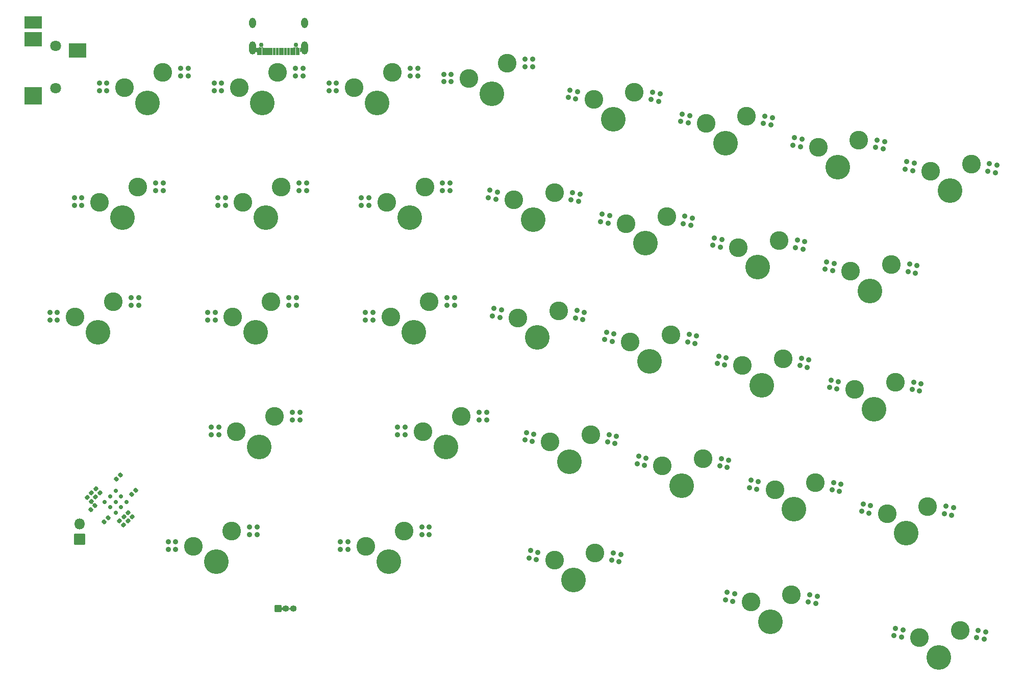
<source format=gts>
G04 #@! TF.GenerationSoftware,KiCad,Pcbnew,(6.0.9)*
G04 #@! TF.CreationDate,2022-11-13T14:09:38+01:00*
G04 #@! TF.ProjectId,arisu,61726973-752e-46b6-9963-61645f706362,1.1*
G04 #@! TF.SameCoordinates,Original*
G04 #@! TF.FileFunction,Soldermask,Top*
G04 #@! TF.FilePolarity,Negative*
%FSLAX46Y46*%
G04 Gerber Fmt 4.6, Leading zero omitted, Abs format (unit mm)*
G04 Created by KiCad (PCBNEW (6.0.9)) date 2022-11-13 14:09:38*
%MOMM*%
%LPD*%
G01*
G04 APERTURE LIST*
G04 Aperture macros list*
%AMRoundRect*
0 Rectangle with rounded corners*
0 $1 Rounding radius*
0 $2 $3 $4 $5 $6 $7 $8 $9 X,Y pos of 4 corners*
0 Add a 4 corners polygon primitive as box body*
4,1,4,$2,$3,$4,$5,$6,$7,$8,$9,$2,$3,0*
0 Add four circle primitives for the rounded corners*
1,1,$1+$1,$2,$3*
1,1,$1+$1,$4,$5*
1,1,$1+$1,$6,$7*
1,1,$1+$1,$8,$9*
0 Add four rect primitives between the rounded corners*
20,1,$1+$1,$2,$3,$4,$5,0*
20,1,$1+$1,$4,$5,$6,$7,0*
20,1,$1+$1,$6,$7,$8,$9,0*
20,1,$1+$1,$8,$9,$2,$3,0*%
G04 Aperture macros list end*
%ADD10C,3.102000*%
%ADD11C,4.102000*%
%ADD12C,0.902000*%
%ADD13RoundRect,0.191000X-0.219203X-0.021213X-0.021213X-0.219203X0.219203X0.021213X0.021213X0.219203X0*%
%ADD14RoundRect,0.191000X0.021213X-0.219203X0.219203X-0.021213X-0.021213X0.219203X-0.219203X0.021213X0*%
%ADD15RoundRect,0.191000X0.219203X0.021213X0.021213X0.219203X-0.219203X-0.021213X-0.021213X-0.219203X0*%
%ADD16RoundRect,0.191000X-0.021213X0.219203X-0.219203X0.021213X0.021213X-0.219203X0.219203X-0.021213X0*%
%ADD17C,1.802000*%
%ADD18RoundRect,0.051000X-1.400000X1.000000X-1.400000X-1.000000X1.400000X-1.000000X1.400000X1.000000X0*%
%ADD19RoundRect,0.051000X-1.400000X1.400000X-1.400000X-1.400000X1.400000X-1.400000X1.400000X1.400000X0*%
%ADD20RoundRect,0.051000X-1.400000X1.100000X-1.400000X-1.100000X1.400000X-1.100000X1.400000X1.100000X0*%
%ADD21RoundRect,0.051000X0.850000X0.850000X-0.850000X0.850000X-0.850000X-0.850000X0.850000X-0.850000X0*%
%ADD22O,1.802000X1.802000*%
%ADD23C,0.752000*%
%ADD24RoundRect,0.051000X0.150000X0.575000X-0.150000X0.575000X-0.150000X-0.575000X0.150000X-0.575000X0*%
%ADD25O,1.102000X2.202000*%
%ADD26O,1.102000X1.702000*%
%ADD27RoundRect,0.051000X0.500000X-0.500000X0.500000X0.500000X-0.500000X0.500000X-0.500000X-0.500000X0*%
%ADD28O,1.102000X1.102000*%
%ADD29C,0.702000*%
G04 APERTURE END LIST*
D10*
X138758121Y-72448291D03*
X132018788Y-73612547D03*
D11*
X135217435Y-76889185D03*
D12*
X141792739Y-72408351D03*
X142755534Y-73890925D03*
X143015424Y-72668240D03*
X141532849Y-73631035D03*
X129290652Y-72306801D03*
X129030762Y-73529486D03*
X128067967Y-72046912D03*
X127808078Y-73269596D03*
D10*
X125480495Y-89101634D03*
D11*
X121939809Y-93542528D03*
D10*
X118741162Y-90265890D03*
D12*
X129477908Y-90544268D03*
X129737798Y-89321583D03*
X128515113Y-89061694D03*
X128255223Y-90284378D03*
X114790341Y-88700255D03*
X116013026Y-88960144D03*
X115753136Y-90182829D03*
X114530452Y-89922939D03*
D10*
X140153478Y-111696046D03*
D11*
X136612792Y-116136940D03*
D10*
X133414145Y-112860302D03*
D12*
X144410781Y-111915995D03*
X142928206Y-112878790D03*
X144150891Y-113138680D03*
X143188096Y-111656106D03*
X129203435Y-112517351D03*
X130686009Y-111554556D03*
X130426119Y-112777241D03*
X129463324Y-111294667D03*
D11*
X153153480Y-61226021D03*
D10*
X156694166Y-56785127D03*
X149954833Y-57949383D03*
D12*
X160951469Y-57005076D03*
X159728784Y-56745187D03*
X160691579Y-58227761D03*
X159468894Y-57967871D03*
X146004012Y-56383748D03*
X146966807Y-57866322D03*
X145744123Y-57606432D03*
X147226697Y-56643637D03*
D10*
X168104050Y-117637117D03*
X161364717Y-118801373D03*
D11*
X164563364Y-122078011D03*
D12*
X171138668Y-117597177D03*
X172361353Y-117857066D03*
X170878778Y-118819861D03*
X172101463Y-119079751D03*
X157413896Y-117235738D03*
X158376691Y-118718312D03*
X158636581Y-117495627D03*
X157154007Y-118458422D03*
D10*
X138060456Y-52824399D03*
D11*
X134519770Y-57265293D03*
D10*
X131321123Y-53988655D03*
D12*
X142317759Y-53044348D03*
X140835184Y-54007143D03*
X142057869Y-54267033D03*
X141095074Y-52784459D03*
X128592987Y-52682909D03*
X128333097Y-53905594D03*
X127370302Y-52423020D03*
X127110413Y-53645704D03*
D11*
X129163717Y-36651214D03*
D10*
X132704403Y-32210320D03*
X125965070Y-33374576D03*
D12*
X136701816Y-33652954D03*
X135739021Y-32170380D03*
X135479131Y-33393064D03*
X136961706Y-32430269D03*
X123236934Y-32068830D03*
X122014249Y-31808941D03*
X122977044Y-33291515D03*
X121754360Y-33031625D03*
D10*
X144598783Y-37335295D03*
D11*
X147797430Y-40611933D03*
D10*
X151338116Y-36171039D03*
D12*
X154112844Y-37353783D03*
X154372734Y-36131099D03*
X155595419Y-36390988D03*
X155335529Y-37613673D03*
X140647962Y-35769660D03*
X141610757Y-37252234D03*
X140388073Y-36992344D03*
X141870647Y-36029549D03*
D11*
X140573517Y-97503256D03*
D10*
X137374870Y-94226618D03*
X144114203Y-93062362D03*
D12*
X148371506Y-93282311D03*
X146888931Y-94245106D03*
X147148821Y-93022422D03*
X148111616Y-94504996D03*
X134386844Y-94143557D03*
X133164160Y-93883667D03*
X134646734Y-92920872D03*
X133424049Y-92660983D03*
D10*
X162747913Y-97023088D03*
X156008580Y-98187344D03*
D11*
X159207227Y-101463982D03*
D12*
X167005216Y-97243037D03*
X165522641Y-98205832D03*
X166745326Y-98465722D03*
X165782531Y-96983148D03*
X153020554Y-98104283D03*
X151797870Y-97844393D03*
X153280444Y-96881598D03*
X152057759Y-96621709D03*
D11*
X166431142Y-44572649D03*
D10*
X163232495Y-41296011D03*
X169971828Y-40131755D03*
D12*
X174229131Y-40351704D03*
X173969241Y-41574389D03*
X172746556Y-41314499D03*
X173006446Y-40091815D03*
X160244469Y-41212950D03*
X159021785Y-40953060D03*
X159281674Y-39730376D03*
X160504359Y-39990265D03*
D10*
X101490703Y-64526840D03*
D11*
X97950017Y-68967734D03*
D10*
X94751370Y-65691096D03*
D12*
X104525321Y-64486900D03*
X104265431Y-65709584D03*
X105488116Y-65969474D03*
X105748006Y-64746789D03*
X91763344Y-65608035D03*
X90800549Y-64125461D03*
X90540660Y-65348145D03*
X92023234Y-64385350D03*
D10*
X100793036Y-44902946D03*
D11*
X97252350Y-49343840D03*
D10*
X94053703Y-46067202D03*
D12*
X103827654Y-44863006D03*
X103567764Y-46085690D03*
X104790449Y-46345580D03*
X105050339Y-45122895D03*
X90102882Y-44501567D03*
X91065677Y-45984141D03*
X91325567Y-44761456D03*
X89842993Y-45724251D03*
D10*
X92980002Y-23389612D03*
X86630002Y-25929612D03*
D11*
X90440002Y-28469612D03*
D12*
X95940002Y-23969612D03*
X97190002Y-22719612D03*
X97190002Y-23969612D03*
X95940002Y-22719612D03*
X83690002Y-25219612D03*
X82440002Y-25219612D03*
X82440002Y-26469612D03*
X83690002Y-26469612D03*
D10*
X79290001Y-43939999D03*
X72940001Y-46479999D03*
D11*
X76750001Y-49019999D03*
D12*
X82250001Y-44519999D03*
X83500001Y-43269999D03*
X83500001Y-44519999D03*
X82250001Y-43269999D03*
X68750001Y-45769999D03*
X70000001Y-47019999D03*
X68750001Y-47019999D03*
X70000001Y-45769999D03*
D10*
X69477501Y-103630003D03*
X75827501Y-101090003D03*
D11*
X73287501Y-106170003D03*
D12*
X80037501Y-101670003D03*
X80037501Y-100420003D03*
X78787501Y-100420003D03*
X78787501Y-101670003D03*
X65287501Y-102920003D03*
X65287501Y-104170003D03*
X66537501Y-104170003D03*
X66537501Y-102920003D03*
D10*
X48530000Y-27430001D03*
X54880000Y-24890001D03*
D11*
X52340000Y-29970001D03*
D12*
X59090000Y-24220001D03*
X59090000Y-25470001D03*
X57840000Y-24220001D03*
X57840000Y-25470001D03*
X45590000Y-26720001D03*
X44340000Y-26720001D03*
X44340000Y-27970001D03*
X45590000Y-27970001D03*
D10*
X79990001Y-62990001D03*
D11*
X77450001Y-68070001D03*
D10*
X73640001Y-65530001D03*
D12*
X82950001Y-63570001D03*
X84200001Y-63570001D03*
X82950001Y-62320001D03*
X84200001Y-62320001D03*
X70700001Y-64820001D03*
X69450001Y-66070001D03*
X69450001Y-64820001D03*
X70700001Y-66070001D03*
D11*
X51256250Y-68070001D03*
D10*
X47446250Y-65530001D03*
X53796250Y-62990001D03*
D12*
X58006250Y-63570001D03*
X58006250Y-62320001D03*
X56756250Y-63570001D03*
X56756250Y-62320001D03*
X44506250Y-66070001D03*
X43256250Y-66070001D03*
X43256250Y-64820001D03*
X44506250Y-64820001D03*
D10*
X73930001Y-24890000D03*
D11*
X71390001Y-29970000D03*
D10*
X67580001Y-27430000D03*
D12*
X78140001Y-24220000D03*
X78140001Y-25470000D03*
X76890001Y-25470000D03*
X76890001Y-24220000D03*
X63390001Y-27970000D03*
X63390001Y-26720000D03*
X64640001Y-27970000D03*
X64640001Y-26720000D03*
D10*
X120124411Y-68487566D03*
X113385078Y-69651822D03*
D11*
X116583725Y-72928460D03*
D12*
X124381714Y-68707515D03*
X123159029Y-68447626D03*
X122899139Y-69670310D03*
X124121824Y-69930200D03*
X109174368Y-69308871D03*
X110397052Y-69568761D03*
X110656942Y-68346076D03*
X109434257Y-68086187D03*
D11*
X115886059Y-53304564D03*
D10*
X119426745Y-48863670D03*
X112687412Y-50027926D03*
D12*
X122461363Y-48823730D03*
X123424158Y-50306304D03*
X123684048Y-49083619D03*
X122201473Y-50046414D03*
X108736591Y-48462291D03*
X109959276Y-48722180D03*
X109699386Y-49944865D03*
X108476702Y-49684975D03*
D11*
X104003798Y-109205688D03*
D10*
X107544484Y-104764794D03*
X100805151Y-105929050D03*
D12*
X111541897Y-106207428D03*
X110579102Y-104724854D03*
X110319212Y-105947538D03*
X111801787Y-104984743D03*
X97817125Y-105845989D03*
X96594441Y-105586099D03*
X98077015Y-104623304D03*
X96854330Y-104363415D03*
D10*
X78990002Y-84580001D03*
D11*
X82800002Y-87120001D03*
D10*
X85340002Y-82040001D03*
D12*
X88300002Y-81370001D03*
X89550002Y-81370001D03*
X88300002Y-82620001D03*
X89550002Y-82620001D03*
X74800002Y-85120001D03*
X76050002Y-83870001D03*
X76050002Y-85120001D03*
X74800002Y-83870001D03*
D10*
X49130001Y-46480002D03*
D11*
X52940001Y-49020002D03*
D10*
X55480001Y-43940002D03*
D12*
X58440001Y-43270002D03*
X59690001Y-44520002D03*
X58440001Y-44520002D03*
X59690001Y-43270002D03*
X44940001Y-47020002D03*
X46190001Y-47020002D03*
X46190001Y-45770002D03*
X44940001Y-45770002D03*
D10*
X106846783Y-85140908D03*
X100107450Y-86305164D03*
D11*
X103306097Y-89581802D03*
D12*
X109881401Y-85100968D03*
X110844196Y-86583542D03*
X111104086Y-85360857D03*
X109621511Y-86323652D03*
X97119424Y-86222103D03*
X96156629Y-84739529D03*
X97379314Y-84999418D03*
X95896740Y-85962213D03*
D11*
X51843752Y-87120001D03*
D10*
X54383752Y-82040001D03*
X48033752Y-84580001D03*
D12*
X57343752Y-82620001D03*
X58593752Y-81370001D03*
X57343752Y-81370001D03*
X58593752Y-82620001D03*
X43843752Y-85120001D03*
X45093752Y-83870001D03*
X43843752Y-83870001D03*
X45093752Y-85120001D03*
D11*
X110530007Y-32690497D03*
D10*
X114070693Y-28249603D03*
X107331360Y-29413859D03*
D12*
X117105311Y-28209663D03*
X118068106Y-29692237D03*
X116845421Y-29432347D03*
X118327996Y-28469552D03*
X104343334Y-29330798D03*
X103120650Y-29070908D03*
X104603224Y-28108113D03*
X103380539Y-27848224D03*
D10*
X35830001Y-24890003D03*
D11*
X33290001Y-29970003D03*
D10*
X29480001Y-27430003D03*
D12*
X40040001Y-24220003D03*
X38790001Y-25470003D03*
X38790001Y-24220003D03*
X40040001Y-25470003D03*
X25290001Y-26720003D03*
X25290001Y-27970003D03*
X26540001Y-27970003D03*
X26540001Y-26720003D03*
D13*
X24690739Y-94072110D03*
X25369561Y-94750932D03*
D14*
X23842213Y-97579363D03*
X24521035Y-96900541D03*
D15*
X30036467Y-99417839D03*
X29357645Y-98739017D03*
D13*
X23276528Y-95486324D03*
X23955350Y-96165146D03*
D14*
X26104956Y-99559260D03*
X26783778Y-98880438D03*
D11*
X44712503Y-106169999D03*
D10*
X47252503Y-101089999D03*
X40902503Y-103629999D03*
D12*
X50212503Y-100419999D03*
X51462503Y-101669999D03*
X51462503Y-100419999D03*
X50212503Y-101669999D03*
X36712503Y-104169999D03*
X36712503Y-102919999D03*
X37962503Y-104169999D03*
X37962503Y-102919999D03*
D11*
X25062501Y-68070000D03*
D10*
X21252501Y-65530000D03*
X27602501Y-62990000D03*
D12*
X31812501Y-63570000D03*
X30562501Y-63570000D03*
X31812501Y-62320000D03*
X30562501Y-62320000D03*
X18312501Y-66070000D03*
X18312501Y-64820000D03*
X17062501Y-64820000D03*
X17062501Y-66070000D03*
D16*
X28763676Y-91809372D03*
X28084854Y-92488194D03*
D17*
X18000000Y-27500000D03*
X18000000Y-20500000D03*
D18*
X14300000Y-16600000D03*
D19*
X14300000Y-28800000D03*
D20*
X21700000Y-21300000D03*
X14300000Y-19400000D03*
D21*
X22014923Y-102500000D03*
D22*
X22014923Y-99960000D03*
D13*
X23983634Y-94779221D03*
X24662456Y-95458043D03*
D15*
X30743577Y-98710734D03*
X30064755Y-98031912D03*
D23*
X52110000Y-20360021D03*
X57890000Y-20360021D03*
D24*
X58350000Y-21425021D03*
X57550000Y-21425021D03*
X56250000Y-21425021D03*
X55250000Y-21425021D03*
X54750000Y-21425021D03*
X53750000Y-21425021D03*
X52450000Y-21425021D03*
X51650000Y-21425021D03*
X51950000Y-21425021D03*
X52750000Y-21425021D03*
X53250000Y-21425021D03*
X54250000Y-21425021D03*
X55750000Y-21425021D03*
X56750000Y-21425021D03*
X57250000Y-21425021D03*
X58050000Y-21425021D03*
D25*
X50680000Y-20860021D03*
D26*
X50680000Y-16680021D03*
X59320000Y-16680021D03*
D25*
X59320000Y-20860021D03*
D27*
X54960000Y-114000000D03*
D28*
X56230000Y-114000000D03*
X57500000Y-114000000D03*
D16*
X31309260Y-94354956D03*
X30630438Y-95033778D03*
D10*
X31667498Y-43940002D03*
X25317498Y-46480002D03*
D11*
X29127498Y-49020002D03*
D12*
X34627498Y-43270002D03*
X35877498Y-43270002D03*
X35877498Y-44520002D03*
X34627498Y-44520002D03*
X21127498Y-45770002D03*
X22377498Y-47020002D03*
X21127498Y-47020002D03*
X22377498Y-45770002D03*
D15*
X29329361Y-100124946D03*
X28650539Y-99446124D03*
D29*
X29803123Y-96250000D03*
X27098440Y-95348439D03*
X28901562Y-97151561D03*
X28901562Y-95348439D03*
X27098440Y-97151561D03*
X28000001Y-96250000D03*
X26196879Y-96250000D03*
X28000001Y-98053122D03*
X28000001Y-94446878D03*
D10*
X157391831Y-76409020D03*
D11*
X153851145Y-80849914D03*
D10*
X150652498Y-77573276D03*
D12*
X161389244Y-77851654D03*
X160166559Y-77591764D03*
X161649134Y-76628969D03*
X160426449Y-76369080D03*
X146441788Y-77230325D03*
X147664472Y-77490215D03*
X146701677Y-76007641D03*
X147924362Y-76267530D03*
G36*
X55512919Y-113677494D02*
G01*
X55532595Y-113744506D01*
X55584938Y-113789861D01*
X55653491Y-113799718D01*
X55716647Y-113770875D01*
X55736702Y-113748677D01*
X55746422Y-113734846D01*
X55748236Y-113734004D01*
X55749872Y-113735154D01*
X55749906Y-113736761D01*
X55699724Y-113857913D01*
X55681017Y-114000000D01*
X55699724Y-114142087D01*
X55747659Y-114257814D01*
X55747398Y-114259797D01*
X55745550Y-114260562D01*
X55744151Y-114259694D01*
X55738251Y-114250913D01*
X55684761Y-114206448D01*
X55616020Y-114197997D01*
X55553623Y-114228051D01*
X55517294Y-114287209D01*
X55512982Y-114319541D01*
X55511762Y-114321126D01*
X55509780Y-114320862D01*
X55509000Y-114319277D01*
X55509000Y-113678057D01*
X55510000Y-113676325D01*
X55512000Y-113676325D01*
X55512919Y-113677494D01*
G37*
G36*
X56752126Y-113827952D02*
G01*
X56791629Y-113880254D01*
X56856626Y-113904179D01*
X56924236Y-113889167D01*
X56972969Y-113840016D01*
X56974898Y-113839490D01*
X56976319Y-113840898D01*
X56976237Y-113842189D01*
X56969724Y-113857913D01*
X56951017Y-114000000D01*
X56969724Y-114142087D01*
X56981686Y-114170967D01*
X56981425Y-114172950D01*
X56979577Y-114173715D01*
X56978230Y-114172921D01*
X56939662Y-114120731D01*
X56874921Y-114096125D01*
X56807156Y-114110428D01*
X56757713Y-114159262D01*
X56755980Y-114162906D01*
X56754333Y-114164041D01*
X56752527Y-114163182D01*
X56752326Y-114161282D01*
X56760276Y-114142087D01*
X56778983Y-114000000D01*
X56760276Y-113857913D01*
X56748682Y-113829922D01*
X56748943Y-113827939D01*
X56750791Y-113827174D01*
X56752126Y-113827952D01*
G37*
G36*
X24280331Y-96309683D02*
G01*
X24280154Y-96311159D01*
X24246683Y-96372459D01*
X24251623Y-96441541D01*
X24293128Y-96496985D01*
X24358095Y-96521217D01*
X24409054Y-96514096D01*
X24409891Y-96513791D01*
X24411861Y-96514137D01*
X24412546Y-96516016D01*
X24411687Y-96517333D01*
X24366038Y-96547835D01*
X24171872Y-96742001D01*
X24169940Y-96742519D01*
X24168526Y-96741105D01*
X24168593Y-96739866D01*
X24193280Y-96676010D01*
X24179366Y-96608164D01*
X24130979Y-96558611D01*
X24063338Y-96543050D01*
X24028587Y-96550250D01*
X24024069Y-96551894D01*
X24022099Y-96551547D01*
X24021415Y-96549668D01*
X24022274Y-96548352D01*
X24067920Y-96517852D01*
X24276985Y-96308787D01*
X24278917Y-96308269D01*
X24280331Y-96309683D01*
G37*
G36*
X58181126Y-20595506D02*
G01*
X58180995Y-20596894D01*
X58153454Y-20653900D01*
X58161823Y-20722650D01*
X58206026Y-20775952D01*
X58275292Y-20797108D01*
X58276657Y-20798571D01*
X58276072Y-20800483D01*
X58274708Y-20801021D01*
X57900199Y-20801021D01*
X57881262Y-20804788D01*
X57865380Y-20815401D01*
X57854767Y-20831283D01*
X57851000Y-20850220D01*
X57851000Y-21999822D01*
X57854767Y-22018759D01*
X57864814Y-22033794D01*
X57864945Y-22035789D01*
X57863282Y-22036901D01*
X57862553Y-22036814D01*
X57802212Y-22017919D01*
X57737310Y-22036976D01*
X57735367Y-22036504D01*
X57734803Y-22034585D01*
X57735084Y-22033946D01*
X57745233Y-22018758D01*
X57749000Y-21999822D01*
X57749000Y-20850220D01*
X57745233Y-20831283D01*
X57734620Y-20815401D01*
X57718738Y-20804788D01*
X57699801Y-20801021D01*
X57506072Y-20801021D01*
X57504340Y-20800021D01*
X57504340Y-20798021D01*
X57505509Y-20797102D01*
X57572521Y-20777426D01*
X57617876Y-20725083D01*
X57627734Y-20656521D01*
X57602668Y-20600528D01*
X57602873Y-20598539D01*
X57604698Y-20597722D01*
X57605907Y-20598297D01*
X57670182Y-20662572D01*
X57774437Y-20715693D01*
X57890000Y-20733996D01*
X58005563Y-20715693D01*
X58109818Y-20662572D01*
X58177780Y-20594610D01*
X58179712Y-20594092D01*
X58181126Y-20595506D01*
G37*
G36*
X57064633Y-20813538D02*
G01*
X57065197Y-20815457D01*
X57064916Y-20816096D01*
X57054767Y-20831284D01*
X57051000Y-20850220D01*
X57051000Y-21999822D01*
X57054767Y-22018759D01*
X57064814Y-22033794D01*
X57064945Y-22035789D01*
X57063282Y-22036901D01*
X57062553Y-22036814D01*
X57002212Y-22017919D01*
X56937310Y-22036976D01*
X56935367Y-22036504D01*
X56934803Y-22034585D01*
X56935084Y-22033946D01*
X56945233Y-22018758D01*
X56949000Y-21999822D01*
X56949000Y-20850220D01*
X56945233Y-20831283D01*
X56935186Y-20816248D01*
X56935055Y-20814253D01*
X56936718Y-20813141D01*
X56937447Y-20813228D01*
X56997788Y-20832123D01*
X57062690Y-20813066D01*
X57064633Y-20813538D01*
G37*
G36*
X56564633Y-20813538D02*
G01*
X56565197Y-20815457D01*
X56564916Y-20816096D01*
X56554767Y-20831284D01*
X56551000Y-20850220D01*
X56551000Y-21999822D01*
X56554767Y-22018759D01*
X56564814Y-22033794D01*
X56564945Y-22035789D01*
X56563282Y-22036901D01*
X56562553Y-22036814D01*
X56502212Y-22017919D01*
X56437310Y-22036976D01*
X56435367Y-22036504D01*
X56434803Y-22034585D01*
X56435084Y-22033946D01*
X56445233Y-22018758D01*
X56449000Y-21999822D01*
X56449000Y-20850220D01*
X56445233Y-20831283D01*
X56435186Y-20816248D01*
X56435055Y-20814253D01*
X56436718Y-20813141D01*
X56437447Y-20813228D01*
X56497788Y-20832123D01*
X56562690Y-20813066D01*
X56564633Y-20813538D01*
G37*
G36*
X55064633Y-20813538D02*
G01*
X55065197Y-20815457D01*
X55064916Y-20816096D01*
X55054767Y-20831284D01*
X55051000Y-20850220D01*
X55051000Y-21999822D01*
X55054767Y-22018759D01*
X55064814Y-22033794D01*
X55064945Y-22035789D01*
X55063282Y-22036901D01*
X55062553Y-22036814D01*
X55002212Y-22017919D01*
X54937310Y-22036976D01*
X54935367Y-22036504D01*
X54934803Y-22034585D01*
X54935084Y-22033946D01*
X54945233Y-22018758D01*
X54949000Y-21999822D01*
X54949000Y-20850220D01*
X54945233Y-20831283D01*
X54935186Y-20816248D01*
X54935055Y-20814253D01*
X54936718Y-20813141D01*
X54937447Y-20813228D01*
X54997788Y-20832123D01*
X55062690Y-20813066D01*
X55064633Y-20813538D01*
G37*
G36*
X54064633Y-20813538D02*
G01*
X54065197Y-20815457D01*
X54064916Y-20816096D01*
X54054767Y-20831284D01*
X54051000Y-20850220D01*
X54051000Y-21999822D01*
X54054767Y-22018759D01*
X54064814Y-22033794D01*
X54064945Y-22035789D01*
X54063282Y-22036901D01*
X54062553Y-22036814D01*
X54002212Y-22017919D01*
X53937310Y-22036976D01*
X53935367Y-22036504D01*
X53934803Y-22034585D01*
X53935084Y-22033946D01*
X53945233Y-22018758D01*
X53949000Y-21999822D01*
X53949000Y-20850220D01*
X53945233Y-20831283D01*
X53935186Y-20816248D01*
X53935055Y-20814253D01*
X53936718Y-20813141D01*
X53937447Y-20813228D01*
X53997788Y-20832123D01*
X54062690Y-20813066D01*
X54064633Y-20813538D01*
G37*
G36*
X53564633Y-20813538D02*
G01*
X53565197Y-20815457D01*
X53564916Y-20816096D01*
X53554767Y-20831284D01*
X53551000Y-20850220D01*
X53551000Y-21999822D01*
X53554767Y-22018759D01*
X53564814Y-22033794D01*
X53564945Y-22035789D01*
X53563282Y-22036901D01*
X53562553Y-22036814D01*
X53502212Y-22017919D01*
X53437310Y-22036976D01*
X53435367Y-22036504D01*
X53434803Y-22034585D01*
X53435084Y-22033946D01*
X53445233Y-22018758D01*
X53449000Y-21999822D01*
X53449000Y-20850220D01*
X53445233Y-20831283D01*
X53435186Y-20816248D01*
X53435055Y-20814253D01*
X53436718Y-20813141D01*
X53437447Y-20813228D01*
X53497788Y-20832123D01*
X53562690Y-20813066D01*
X53564633Y-20813538D01*
G37*
G36*
X55564633Y-20813538D02*
G01*
X55565197Y-20815457D01*
X55564916Y-20816096D01*
X55554767Y-20831284D01*
X55551000Y-20850220D01*
X55551000Y-21999822D01*
X55554767Y-22018759D01*
X55564814Y-22033794D01*
X55564945Y-22035789D01*
X55563282Y-22036901D01*
X55562553Y-22036814D01*
X55502212Y-22017919D01*
X55437310Y-22036976D01*
X55435367Y-22036504D01*
X55434803Y-22034585D01*
X55435084Y-22033946D01*
X55445233Y-22018758D01*
X55449000Y-21999822D01*
X55449000Y-20850220D01*
X55445233Y-20831283D01*
X55435186Y-20816248D01*
X55435055Y-20814253D01*
X55436718Y-20813141D01*
X55437447Y-20813228D01*
X55497788Y-20832123D01*
X55562690Y-20813066D01*
X55564633Y-20813538D01*
G37*
G36*
X53064633Y-20813538D02*
G01*
X53065197Y-20815457D01*
X53064916Y-20816096D01*
X53054767Y-20831284D01*
X53051000Y-20850220D01*
X53051000Y-21999822D01*
X53054767Y-22018759D01*
X53064814Y-22033794D01*
X53064945Y-22035789D01*
X53063282Y-22036901D01*
X53062553Y-22036814D01*
X53002212Y-22017919D01*
X52937310Y-22036976D01*
X52935367Y-22036504D01*
X52934803Y-22034585D01*
X52935084Y-22033946D01*
X52945233Y-22018758D01*
X52949000Y-21999822D01*
X52949000Y-20850220D01*
X52945233Y-20831283D01*
X52935186Y-20816248D01*
X52935055Y-20814253D01*
X52936718Y-20813141D01*
X52937447Y-20813228D01*
X52997788Y-20832123D01*
X53062690Y-20813066D01*
X53064633Y-20813538D01*
G37*
G36*
X56064633Y-20813538D02*
G01*
X56065197Y-20815457D01*
X56064916Y-20816096D01*
X56054767Y-20831284D01*
X56051000Y-20850220D01*
X56051000Y-21999822D01*
X56054767Y-22018759D01*
X56064814Y-22033794D01*
X56064945Y-22035789D01*
X56063282Y-22036901D01*
X56062553Y-22036814D01*
X56002212Y-22017919D01*
X55937310Y-22036976D01*
X55935367Y-22036504D01*
X55934803Y-22034585D01*
X55935084Y-22033946D01*
X55945233Y-22018758D01*
X55949000Y-21999822D01*
X55949000Y-20850220D01*
X55945233Y-20831283D01*
X55935186Y-20816248D01*
X55935055Y-20814253D01*
X55936718Y-20813141D01*
X55937447Y-20813228D01*
X55997788Y-20832123D01*
X56062690Y-20813066D01*
X56064633Y-20813538D01*
G37*
G36*
X52401127Y-20595505D02*
G01*
X52400996Y-20596893D01*
X52373455Y-20653899D01*
X52381824Y-20722648D01*
X52426028Y-20775952D01*
X52495295Y-20797108D01*
X52496660Y-20798571D01*
X52496075Y-20800483D01*
X52494711Y-20801021D01*
X52300199Y-20801021D01*
X52281262Y-20804788D01*
X52265380Y-20815401D01*
X52254767Y-20831283D01*
X52251000Y-20850220D01*
X52251000Y-21999822D01*
X52254767Y-22018759D01*
X52264814Y-22033794D01*
X52264945Y-22035789D01*
X52263282Y-22036901D01*
X52262553Y-22036814D01*
X52202212Y-22017919D01*
X52137310Y-22036976D01*
X52135367Y-22036504D01*
X52134803Y-22034585D01*
X52135084Y-22033946D01*
X52145233Y-22018758D01*
X52149000Y-21999822D01*
X52149000Y-20850220D01*
X52145233Y-20831283D01*
X52134620Y-20815401D01*
X52118738Y-20804788D01*
X52099801Y-20801021D01*
X51726069Y-20801021D01*
X51724337Y-20800021D01*
X51724337Y-20798021D01*
X51725506Y-20797102D01*
X51792520Y-20777425D01*
X51837875Y-20725082D01*
X51847733Y-20656519D01*
X51822667Y-20600527D01*
X51822872Y-20598538D01*
X51824697Y-20597721D01*
X51825906Y-20598296D01*
X51890182Y-20662572D01*
X51994437Y-20715693D01*
X52110000Y-20733996D01*
X52225563Y-20715693D01*
X52329818Y-20662572D01*
X52397781Y-20594609D01*
X52399713Y-20594091D01*
X52401127Y-20595505D01*
G37*
G36*
X54564633Y-20813538D02*
G01*
X54565197Y-20815457D01*
X54564916Y-20816096D01*
X54554767Y-20831284D01*
X54551000Y-20850220D01*
X54551000Y-21999822D01*
X54554767Y-22018759D01*
X54564814Y-22033794D01*
X54564945Y-22035789D01*
X54563282Y-22036901D01*
X54562553Y-22036814D01*
X54502212Y-22017919D01*
X54437310Y-22036976D01*
X54435367Y-22036504D01*
X54434803Y-22034585D01*
X54435084Y-22033946D01*
X54445233Y-22018758D01*
X54449000Y-21999822D01*
X54449000Y-20850220D01*
X54445233Y-20831283D01*
X54435186Y-20816248D01*
X54435055Y-20814253D01*
X54436718Y-20813141D01*
X54437447Y-20813228D01*
X54497788Y-20832123D01*
X54562690Y-20813066D01*
X54564633Y-20813538D01*
G37*
G36*
X51232919Y-20754268D02*
G01*
X51252596Y-20821283D01*
X51304939Y-20866638D01*
X51373492Y-20876495D01*
X51436637Y-20847657D01*
X51450929Y-20831458D01*
X51452825Y-20830821D01*
X51454325Y-20832144D01*
X51454391Y-20833171D01*
X51451000Y-20850220D01*
X51451000Y-21605728D01*
X51450000Y-21607460D01*
X51448000Y-21607460D01*
X51447081Y-21606291D01*
X51427405Y-21539279D01*
X51375062Y-21493924D01*
X51306509Y-21484067D01*
X51243468Y-21512857D01*
X51209317Y-21561279D01*
X51198673Y-21588577D01*
X51197112Y-21589827D01*
X51195249Y-21589100D01*
X51194889Y-21587292D01*
X51223109Y-21490157D01*
X51229000Y-21409943D01*
X51229000Y-20754831D01*
X51230000Y-20753099D01*
X51232000Y-20753099D01*
X51232919Y-20754268D01*
G37*
G36*
X58770222Y-20753248D02*
G01*
X58771000Y-20754831D01*
X58771000Y-21409889D01*
X58790796Y-21554407D01*
X58790041Y-21556258D01*
X58788059Y-21556530D01*
X58787219Y-21555883D01*
X58749238Y-21505596D01*
X58684242Y-21481670D01*
X58616631Y-21496682D01*
X58567840Y-21545893D01*
X58552939Y-21604799D01*
X58551545Y-21606233D01*
X58549606Y-21605743D01*
X58549000Y-21604309D01*
X58549000Y-20850220D01*
X58545233Y-20831283D01*
X58544948Y-20830856D01*
X58544817Y-20828860D01*
X58546480Y-20827749D01*
X58547894Y-20828210D01*
X58594947Y-20867532D01*
X58663662Y-20876163D01*
X58726137Y-20846273D01*
X58762621Y-20787211D01*
X58767018Y-20754564D01*
X58768240Y-20752981D01*
X58770222Y-20753248D01*
G37*
M02*

</source>
